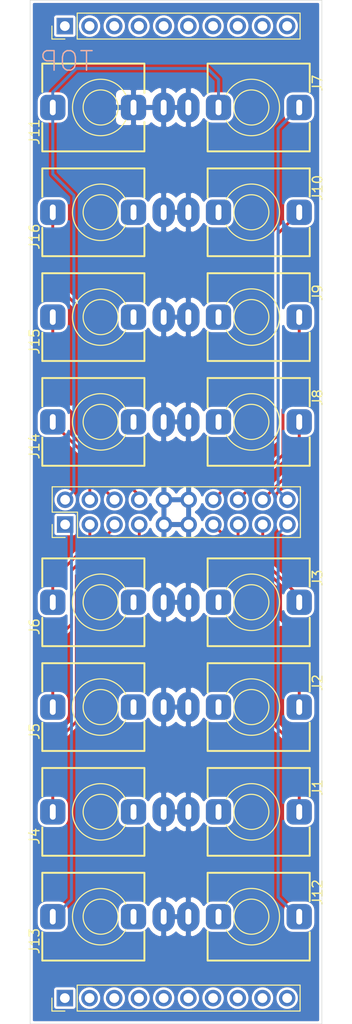
<source format=kicad_pcb>
(kicad_pcb (version 20171130) (host pcbnew "(5.1.10)-1")
  (layers (0 F.Cu signal) (31 B.Cu signal) (34 B.Paste user hide) (35 F.Paste user hide) (36 B.SilkS user) (37 F.SilkS user) (38 B.Mask user hide) (39 F.Mask user hide) (44 Edge.Cuts user))
  (net 0 "")
  (net 1 "Net-(J1-PadTN)")
  (net 2 "Net-(J2-PadTN)")
  (net 3 "Net-(J3-PadTN)")
  (net 4 "Net-(J4-PadTN)")
  (net 5 "Net-(J5-PadTN)")
  (net 6 "Net-(J6-PadTN)")
  (net 7 "Net-(J8-PadTN)")
  (net 8 "Net-(J9-PadTN)")
  (net 9 "Net-(J10-PadTN)")
  (net 10 "Net-(J12-PadTN)")
  (net 11 "Net-(J13-PadTN)")
  (net 12 "Net-(J14-PadTN)")
  (net 13 "Net-(J15-PadTN)")
  (net 14 "Net-(J16-PadTN)")
  (net 15 GND_P)
  (net 16 IN1_P)
  (net 17 IN2_P)
  (net 18 IN3_P)
  (net 19 2IN1_P)
  (net 20 2IN2_P)
  (net 21 2IN3_P)
  (net 22 OUT_P)
  (net 23 2OUT_P)
  (net 24 1INMLT_P)
  (net 25 1MOUT_P)
  (net 26 2MOUT_P)
  (net 27 3MOUT_P)
  (net 28 2INMLT_P)
  (net 29 4MOUT_P)
  (net 30 5MOUT_P)
  (net 31 6MOUT_P)
  (net 32 "Net-(J21-Pad10)")
  (net 33 "Net-(J21-Pad9)")
  (net 34 "Net-(J21-Pad8)")
  (net 35 "Net-(J21-Pad7)")
  (net 36 "Net-(J21-Pad6)")
  (net 37 "Net-(J21-Pad5)")
  (net 38 "Net-(J21-Pad4)")
  (net 39 "Net-(J21-Pad3)")
  (net 40 "Net-(J21-Pad2)")
  (net 41 "Net-(J21-Pad1)")
  (net 42 "Net-(J23-Pad10)")
  (net 43 "Net-(J23-Pad9)")
  (net 44 "Net-(J23-Pad8)")
  (net 45 "Net-(J23-Pad7)")
  (net 46 "Net-(J23-Pad6)")
  (net 47 "Net-(J23-Pad5)")
  (net 48 "Net-(J23-Pad4)")
  (net 49 "Net-(J23-Pad3)")
  (net 50 "Net-(J23-Pad2)")
  (net 51 "Net-(J23-Pad1)")
  (module Connector_PinHeader_2.54mm:PinHeader_1x10_P2.54mm_Vertical (layer F.Cu) (at 33.57 134.35 90)
    (fp_text reference J23)
    (fp_text value Conn_01x10_Male)
    (fp_line (start -1.33 24.19) (end 1.33 24.19) (layer F.SilkS) (width 0.12))
    (fp_line (start -1.33 1.27) (end -1.33 24.19) (layer F.SilkS) (width 0.12))
    (fp_line (start 1.33 1.27) (end 1.33 24.19) (layer F.SilkS) (width 0.12))
    (fp_line (start -1.33 1.27) (end 1.33 1.27) (layer F.SilkS) (width 0.12))
    (fp_line (start -1.33 0) (end -1.33 -1.33) (layer F.SilkS) (width 0.12))
    (fp_line (start -1.33 -1.33) (end 0 -1.33) (layer F.SilkS) (width 0.12))
    (pad 10 thru_hole oval (at 0 22.86 90) (size 1.7 1.7) (drill 1) (layers *.Cu *.Mask) (net 42 "Net-(J23-Pad10)"))
    (pad 9 thru_hole oval (at 0 20.32 90) (size 1.7 1.7) (drill 1) (layers *.Cu *.Mask) (net 43 "Net-(J23-Pad9)"))
    (pad 8 thru_hole oval (at 0 17.78 90) (size 1.7 1.7) (drill 1) (layers *.Cu *.Mask) (net 44 "Net-(J23-Pad8)"))
    (pad 7 thru_hole oval (at 0 15.24 90) (size 1.7 1.7) (drill 1) (layers *.Cu *.Mask) (net 45 "Net-(J23-Pad7)"))
    (pad 6 thru_hole oval (at 0 12.7 90) (size 1.7 1.7) (drill 1) (layers *.Cu *.Mask) (net 46 "Net-(J23-Pad6)"))
    (pad 5 thru_hole oval (at 0 10.16 90) (size 1.7 1.7) (drill 1) (layers *.Cu *.Mask) (net 47 "Net-(J23-Pad5)"))
    (pad 4 thru_hole oval (at 0 7.62 90) (size 1.7 1.7) (drill 1) (layers *.Cu *.Mask) (net 48 "Net-(J23-Pad4)"))
    (pad 3 thru_hole oval (at 0 5.08 90) (size 1.7 1.7) (drill 1) (layers *.Cu *.Mask) (net 49 "Net-(J23-Pad3)"))
    (pad 2 thru_hole oval (at 0 2.54 90) (size 1.7 1.7) (drill 1) (layers *.Cu *.Mask) (net 50 "Net-(J23-Pad2)"))
    (pad 1 thru_hole rect (at 0 0 90) (size 1.7 1.7) (drill 1) (layers *.Cu *.Mask) (net 51 "Net-(J23-Pad1)"))
  )
  (module Connector_PinHeader_2.54mm:PinHeader_1x10_P2.54mm_Vertical (layer F.Cu) (at 33.57 34.65 90)
    (fp_text reference J21)
    (fp_text value Conn_01x10_Male)
    (fp_line (start -1.33 24.19) (end 1.33 24.19) (layer F.SilkS) (width 0.12))
    (fp_line (start -1.33 1.27) (end -1.33 24.19) (layer F.SilkS) (width 0.12))
    (fp_line (start 1.33 1.27) (end 1.33 24.19) (layer F.SilkS) (width 0.12))
    (fp_line (start -1.33 1.27) (end 1.33 1.27) (layer F.SilkS) (width 0.12))
    (fp_line (start -1.33 0) (end -1.33 -1.33) (layer F.SilkS) (width 0.12))
    (fp_line (start -1.33 -1.33) (end 0 -1.33) (layer F.SilkS) (width 0.12))
    (pad 10 thru_hole oval (at 0 22.86 90) (size 1.7 1.7) (drill 1) (layers *.Cu *.Mask) (net 32 "Net-(J21-Pad10)"))
    (pad 9 thru_hole oval (at 0 20.32 90) (size 1.7 1.7) (drill 1) (layers *.Cu *.Mask) (net 33 "Net-(J21-Pad9)"))
    (pad 8 thru_hole oval (at 0 17.78 90) (size 1.7 1.7) (drill 1) (layers *.Cu *.Mask) (net 34 "Net-(J21-Pad8)"))
    (pad 7 thru_hole oval (at 0 15.24 90) (size 1.7 1.7) (drill 1) (layers *.Cu *.Mask) (net 35 "Net-(J21-Pad7)"))
    (pad 6 thru_hole oval (at 0 12.7 90) (size 1.7 1.7) (drill 1) (layers *.Cu *.Mask) (net 36 "Net-(J21-Pad6)"))
    (pad 5 thru_hole oval (at 0 10.16 90) (size 1.7 1.7) (drill 1) (layers *.Cu *.Mask) (net 37 "Net-(J21-Pad5)"))
    (pad 4 thru_hole oval (at 0 7.62 90) (size 1.7 1.7) (drill 1) (layers *.Cu *.Mask) (net 38 "Net-(J21-Pad4)"))
    (pad 3 thru_hole oval (at 0 5.08 90) (size 1.7 1.7) (drill 1) (layers *.Cu *.Mask) (net 39 "Net-(J21-Pad3)"))
    (pad 2 thru_hole oval (at 0 2.54 90) (size 1.7 1.7) (drill 1) (layers *.Cu *.Mask) (net 40 "Net-(J21-Pad2)"))
    (pad 1 thru_hole rect (at 0 0 90) (size 1.7 1.7) (drill 1) (layers *.Cu *.Mask) (net 41 "Net-(J21-Pad1)"))
  )
  (module Connector_PinHeader_2.54mm:PinHeader_2x10_P2.54mm_Vertical (layer F.Cu) (at 33.6 85.775 90)
    (fp_text reference J18)
    (fp_text value Conn_02x10_Odd_Even)
    (fp_line (start -1.33 24.19) (end 3.87 24.19) (layer F.SilkS) (width 0.12))
    (fp_line (start -1.33 1.27) (end -1.33 24.19) (layer F.SilkS) (width 0.12))
    (fp_line (start 3.87 -1.33) (end 3.87 24.19) (layer F.SilkS) (width 0.12))
    (fp_line (start -1.33 1.27) (end 1.27 1.27) (layer F.SilkS) (width 0.12))
    (fp_line (start 1.27 1.27) (end 1.27 -1.33) (layer F.SilkS) (width 0.12))
    (fp_line (start 1.27 -1.33) (end 3.87 -1.33) (layer F.SilkS) (width 0.12))
    (fp_line (start -1.33 0) (end -1.33 -1.33) (layer F.SilkS) (width 0.12))
    (fp_line (start -1.33 -1.33) (end 0 -1.33) (layer F.SilkS) (width 0.12))
    (pad 20 thru_hole oval (at 2.54 22.86 90) (size 1.7 1.7) (drill 1) (layers *.Cu *.Mask) (net 24 1INMLT_P))
    (pad 19 thru_hole oval (at 0 22.86 90) (size 1.7 1.7) (drill 1) (layers *.Cu *.Mask) (net 22 OUT_P))
    (pad 18 thru_hole oval (at 2.54 20.32 90) (size 1.7 1.7) (drill 1) (layers *.Cu *.Mask) (net 25 1MOUT_P))
    (pad 17 thru_hole oval (at 0 20.32 90) (size 1.7 1.7) (drill 1) (layers *.Cu *.Mask) (net 18 IN3_P))
    (pad 16 thru_hole oval (at 2.54 17.78 90) (size 1.7 1.7) (drill 1) (layers *.Cu *.Mask) (net 26 2MOUT_P))
    (pad 15 thru_hole oval (at 0 17.78 90) (size 1.7 1.7) (drill 1) (layers *.Cu *.Mask) (net 17 IN2_P))
    (pad 14 thru_hole oval (at 2.54 15.24 90) (size 1.7 1.7) (drill 1) (layers *.Cu *.Mask) (net 27 3MOUT_P))
    (pad 13 thru_hole oval (at 0 15.24 90) (size 1.7 1.7) (drill 1) (layers *.Cu *.Mask) (net 16 IN1_P))
    (pad 12 thru_hole oval (at 2.54 12.7 90) (size 1.7 1.7) (drill 1) (layers *.Cu *.Mask) (net 15 GND_P))
    (pad 11 thru_hole oval (at 0 12.7 90) (size 1.7 1.7) (drill 1) (layers *.Cu *.Mask) (net 15 GND_P))
    (pad 10 thru_hole oval (at 2.54 10.16 90) (size 1.7 1.7) (drill 1) (layers *.Cu *.Mask) (net 15 GND_P))
    (pad 9 thru_hole oval (at 0 10.16 90) (size 1.7 1.7) (drill 1) (layers *.Cu *.Mask) (net 15 GND_P))
    (pad 8 thru_hole oval (at 2.54 7.62 90) (size 1.7 1.7) (drill 1) (layers *.Cu *.Mask) (net 31 6MOUT_P))
    (pad 7 thru_hole oval (at 0 7.62 90) (size 1.7 1.7) (drill 1) (layers *.Cu *.Mask) (net 19 2IN1_P))
    (pad 6 thru_hole oval (at 2.54 5.08 90) (size 1.7 1.7) (drill 1) (layers *.Cu *.Mask) (net 30 5MOUT_P))
    (pad 5 thru_hole oval (at 0 5.08 90) (size 1.7 1.7) (drill 1) (layers *.Cu *.Mask) (net 20 2IN2_P))
    (pad 4 thru_hole oval (at 2.54 2.54 90) (size 1.7 1.7) (drill 1) (layers *.Cu *.Mask) (net 29 4MOUT_P))
    (pad 3 thru_hole oval (at 0 2.54 90) (size 1.7 1.7) (drill 1) (layers *.Cu *.Mask) (net 21 2IN3_P))
    (pad 2 thru_hole oval (at 2.54 0 90) (size 1.7 1.7) (drill 1) (layers *.Cu *.Mask) (net 28 2INMLT_P))
    (pad 1 thru_hole rect (at 0 0 90) (size 1.7 1.7) (drill 1) (layers *.Cu *.Mask) (net 23 2OUT_P))
  )
  (module "Thonk Jacks:Jack_3.5mm_QingPu_WQP-PJ398SM_Vertical" (layer F.Cu) (at 37.25 53.75 90)
    (fp_text reference J16 (at -2.5 -6.8 90) (layer F.SilkS))
    (fp_text value AudioJack2_SwitchT)
    (fp_circle (center 0 0) (end -1.8 0) (layer F.SilkS) (width 0.12))
    (fp_line (start 1.5 4.5) (end 4.5 4.5) (layer F.SilkS) (width 0.2))
    (fp_line (start -4.5 4.5) (end -1.5 4.5) (layer F.SilkS) (width 0.2))
    (fp_line (start 1.6 -6) (end 4.5 -6) (layer F.SilkS) (width 0.2))
    (fp_line (start -4.5 -6) (end -1.6 -6) (layer F.SilkS) (width 0.2))
    (fp_line (start -4.5 4.5) (end -4.5 -6) (layer F.SilkS) (width 0.2))
    (fp_line (start 4.5 4.5) (end 4.5 -6) (layer F.SilkS) (width 0.2))
    (fp_arc (start 0 0) (end 0 -2.895) (angle 153.4) (layer F.SilkS) (width 0.12))
    (fp_arc (start 0 0) (end 0 -2.895) (angle -153.4) (layer F.SilkS) (width 0.12))
    (pad TN thru_hole roundrect (at 0 3.38 90) (size 2.6 2.6) (drill oval 1.6 0.6) (layers *.Cu *.Mask) (net 14 "Net-(J16-PadTN)"))
    (pad S thru_hole oval (at 0 6.48 90) (size 3.1 2.3) (drill oval 1.6 0.6) (layers *.Cu *.Mask) (net 15 GND_P))
    (pad T thru_hole roundrect (at 0 -4.92 90) (size 2.6 2.6) (drill oval 1.6 0.6) (layers *.Cu *.Mask) (net 31 6MOUT_P))
  )
  (module "Thonk Jacks:Jack_3.5mm_QingPu_WQP-PJ398SM_Vertical" (layer F.Cu) (at 37.25 64.5 90)
    (fp_text reference J15 (at -2.5 -6.8 90) (layer F.SilkS))
    (fp_text value AudioJack2_SwitchT)
    (fp_circle (center 0 0) (end -1.8 0) (layer F.SilkS) (width 0.12))
    (fp_line (start 1.5 4.5) (end 4.5 4.5) (layer F.SilkS) (width 0.2))
    (fp_line (start -4.5 4.5) (end -1.5 4.5) (layer F.SilkS) (width 0.2))
    (fp_line (start 1.6 -6) (end 4.5 -6) (layer F.SilkS) (width 0.2))
    (fp_line (start -4.5 -6) (end -1.6 -6) (layer F.SilkS) (width 0.2))
    (fp_line (start -4.5 4.5) (end -4.5 -6) (layer F.SilkS) (width 0.2))
    (fp_line (start 4.5 4.5) (end 4.5 -6) (layer F.SilkS) (width 0.2))
    (fp_arc (start 0 0) (end 0 -2.895) (angle 153.4) (layer F.SilkS) (width 0.12))
    (fp_arc (start 0 0) (end 0 -2.895) (angle -153.4) (layer F.SilkS) (width 0.12))
    (pad TN thru_hole roundrect (at 0 3.38 90) (size 2.6 2.6) (drill oval 1.6 0.6) (layers *.Cu *.Mask) (net 13 "Net-(J15-PadTN)"))
    (pad S thru_hole oval (at 0 6.48 90) (size 3.1 2.3) (drill oval 1.6 0.6) (layers *.Cu *.Mask) (net 15 GND_P))
    (pad T thru_hole roundrect (at 0 -4.92 90) (size 2.6 2.6) (drill oval 1.6 0.6) (layers *.Cu *.Mask) (net 30 5MOUT_P))
  )
  (module "Thonk Jacks:Jack_3.5mm_QingPu_WQP-PJ398SM_Vertical" (layer F.Cu) (at 37.25 75.25 90)
    (fp_text reference J14 (at -2.5 -6.8 90) (layer F.SilkS))
    (fp_text value AudioJack2_SwitchT)
    (fp_circle (center 0 0) (end -1.8 0) (layer F.SilkS) (width 0.12))
    (fp_line (start 1.5 4.5) (end 4.5 4.5) (layer F.SilkS) (width 0.2))
    (fp_line (start -4.5 4.5) (end -1.5 4.5) (layer F.SilkS) (width 0.2))
    (fp_line (start 1.6 -6) (end 4.5 -6) (layer F.SilkS) (width 0.2))
    (fp_line (start -4.5 -6) (end -1.6 -6) (layer F.SilkS) (width 0.2))
    (fp_line (start -4.5 4.5) (end -4.5 -6) (layer F.SilkS) (width 0.2))
    (fp_line (start 4.5 4.5) (end 4.5 -6) (layer F.SilkS) (width 0.2))
    (fp_arc (start 0 0) (end 0 -2.895) (angle 153.4) (layer F.SilkS) (width 0.12))
    (fp_arc (start 0 0) (end 0 -2.895) (angle -153.4) (layer F.SilkS) (width 0.12))
    (pad TN thru_hole roundrect (at 0 3.38 90) (size 2.6 2.6) (drill oval 1.6 0.6) (layers *.Cu *.Mask) (net 12 "Net-(J14-PadTN)"))
    (pad S thru_hole oval (at 0 6.48 90) (size 3.1 2.3) (drill oval 1.6 0.6) (layers *.Cu *.Mask) (net 15 GND_P))
    (pad T thru_hole roundrect (at 0 -4.92 90) (size 2.6 2.6) (drill oval 1.6 0.6) (layers *.Cu *.Mask) (net 29 4MOUT_P))
  )
  (module "Thonk Jacks:Jack_3.5mm_QingPu_WQP-PJ398SM_Vertical" (layer F.Cu) (at 37.25 126 90)
    (fp_text reference J13 (at -2.5 -6.8 90) (layer F.SilkS))
    (fp_text value AudioJack2_SwitchT)
    (fp_circle (center 0 0) (end -1.8 0) (layer F.SilkS) (width 0.12))
    (fp_line (start 1.5 4.5) (end 4.5 4.5) (layer F.SilkS) (width 0.2))
    (fp_line (start -4.5 4.5) (end -1.5 4.5) (layer F.SilkS) (width 0.2))
    (fp_line (start 1.6 -6) (end 4.5 -6) (layer F.SilkS) (width 0.2))
    (fp_line (start -4.5 -6) (end -1.6 -6) (layer F.SilkS) (width 0.2))
    (fp_line (start -4.5 4.5) (end -4.5 -6) (layer F.SilkS) (width 0.2))
    (fp_line (start 4.5 4.5) (end 4.5 -6) (layer F.SilkS) (width 0.2))
    (fp_arc (start 0 0) (end 0 -2.895) (angle 153.4) (layer F.SilkS) (width 0.12))
    (fp_arc (start 0 0) (end 0 -2.895) (angle -153.4) (layer F.SilkS) (width 0.12))
    (pad TN thru_hole roundrect (at 0 3.38 90) (size 2.6 2.6) (drill oval 1.6 0.6) (layers *.Cu *.Mask) (net 11 "Net-(J13-PadTN)"))
    (pad S thru_hole oval (at 0 6.48 90) (size 3.1 2.3) (drill oval 1.6 0.6) (layers *.Cu *.Mask) (net 15 GND_P))
    (pad T thru_hole roundrect (at 0 -4.92 90) (size 2.6 2.6) (drill oval 1.6 0.6) (layers *.Cu *.Mask) (net 23 2OUT_P))
  )
  (module "Thonk Jacks:Jack_3.5mm_QingPu_WQP-PJ398SM_Vertical" (layer F.Cu) (at 52.75 126 270)
    (fp_text reference J12 (at -2.5 -6.8 90) (layer F.SilkS))
    (fp_text value AudioJack2_SwitchT)
    (fp_circle (center 0 0) (end -1.8 0) (layer F.SilkS) (width 0.12))
    (fp_line (start 1.5 4.5) (end 4.5 4.5) (layer F.SilkS) (width 0.2))
    (fp_line (start -4.5 4.5) (end -1.5 4.5) (layer F.SilkS) (width 0.2))
    (fp_line (start 1.6 -6) (end 4.5 -6) (layer F.SilkS) (width 0.2))
    (fp_line (start -4.5 -6) (end -1.6 -6) (layer F.SilkS) (width 0.2))
    (fp_line (start -4.5 4.5) (end -4.5 -6) (layer F.SilkS) (width 0.2))
    (fp_line (start 4.5 4.5) (end 4.5 -6) (layer F.SilkS) (width 0.2))
    (fp_arc (start 0 0) (end 0 -2.895) (angle 153.4) (layer F.SilkS) (width 0.12))
    (fp_arc (start 0 0) (end 0 -2.895) (angle -153.4) (layer F.SilkS) (width 0.12))
    (pad TN thru_hole roundrect (at 0 3.38 270) (size 2.6 2.6) (drill oval 1.6 0.6) (layers *.Cu *.Mask) (net 10 "Net-(J12-PadTN)"))
    (pad S thru_hole oval (at 0 6.48 270) (size 3.1 2.3) (drill oval 1.6 0.6) (layers *.Cu *.Mask) (net 15 GND_P))
    (pad T thru_hole roundrect (at 0 -4.92 270) (size 2.6 2.6) (drill oval 1.6 0.6) (layers *.Cu *.Mask) (net 22 OUT_P))
  )
  (module "Thonk Jacks:Jack_3.5mm_QingPu_WQP-PJ398SM_Vertical" (layer F.Cu) (at 37.25 43 90)
    (fp_text reference J11 (at -2.5 -6.8 90) (layer F.SilkS))
    (fp_text value AudioJack2_SwitchT)
    (fp_circle (center 0 0) (end -1.8 0) (layer F.SilkS) (width 0.12))
    (fp_line (start 1.5 4.5) (end 4.5 4.5) (layer F.SilkS) (width 0.2))
    (fp_line (start -4.5 4.5) (end -1.5 4.5) (layer F.SilkS) (width 0.2))
    (fp_line (start 1.6 -6) (end 4.5 -6) (layer F.SilkS) (width 0.2))
    (fp_line (start -4.5 -6) (end -1.6 -6) (layer F.SilkS) (width 0.2))
    (fp_line (start -4.5 4.5) (end -4.5 -6) (layer F.SilkS) (width 0.2))
    (fp_line (start 4.5 4.5) (end 4.5 -6) (layer F.SilkS) (width 0.2))
    (fp_arc (start 0 0) (end 0 -2.895) (angle 153.4) (layer F.SilkS) (width 0.12))
    (fp_arc (start 0 0) (end 0 -2.895) (angle -153.4) (layer F.SilkS) (width 0.12))
    (pad TN thru_hole roundrect (at 0 3.38 90) (size 2.6 2.6) (drill oval 1.6 0.6) (layers *.Cu *.Mask) (net 15 GND_P))
    (pad S thru_hole oval (at 0 6.48 90) (size 3.1 2.3) (drill oval 1.6 0.6) (layers *.Cu *.Mask) (net 15 GND_P))
    (pad T thru_hole roundrect (at 0 -4.92 90) (size 2.6 2.6) (drill oval 1.6 0.6) (layers *.Cu *.Mask) (net 28 2INMLT_P))
  )
  (module "Thonk Jacks:Jack_3.5mm_QingPu_WQP-PJ398SM_Vertical" (layer F.Cu) (at 52.75 53.75 270)
    (fp_text reference J10 (at -2.5 -6.8 90) (layer F.SilkS))
    (fp_text value AudioJack2_SwitchT)
    (fp_circle (center 0 0) (end -1.8 0) (layer F.SilkS) (width 0.12))
    (fp_line (start 1.5 4.5) (end 4.5 4.5) (layer F.SilkS) (width 0.2))
    (fp_line (start -4.5 4.5) (end -1.5 4.5) (layer F.SilkS) (width 0.2))
    (fp_line (start 1.6 -6) (end 4.5 -6) (layer F.SilkS) (width 0.2))
    (fp_line (start -4.5 -6) (end -1.6 -6) (layer F.SilkS) (width 0.2))
    (fp_line (start -4.5 4.5) (end -4.5 -6) (layer F.SilkS) (width 0.2))
    (fp_line (start 4.5 4.5) (end 4.5 -6) (layer F.SilkS) (width 0.2))
    (fp_arc (start 0 0) (end 0 -2.895) (angle 153.4) (layer F.SilkS) (width 0.12))
    (fp_arc (start 0 0) (end 0 -2.895) (angle -153.4) (layer F.SilkS) (width 0.12))
    (pad TN thru_hole roundrect (at 0 3.38 270) (size 2.6 2.6) (drill oval 1.6 0.6) (layers *.Cu *.Mask) (net 9 "Net-(J10-PadTN)"))
    (pad S thru_hole oval (at 0 6.48 270) (size 3.1 2.3) (drill oval 1.6 0.6) (layers *.Cu *.Mask) (net 15 GND_P))
    (pad T thru_hole roundrect (at 0 -4.92 270) (size 2.6 2.6) (drill oval 1.6 0.6) (layers *.Cu *.Mask) (net 27 3MOUT_P))
  )
  (module "Thonk Jacks:Jack_3.5mm_QingPu_WQP-PJ398SM_Vertical" (layer F.Cu) (at 52.75 64.5 270)
    (fp_text reference J9 (at -2.5 -6.8 90) (layer F.SilkS))
    (fp_text value AudioJack2_SwitchT)
    (fp_circle (center 0 0) (end -1.8 0) (layer F.SilkS) (width 0.12))
    (fp_line (start 1.5 4.5) (end 4.5 4.5) (layer F.SilkS) (width 0.2))
    (fp_line (start -4.5 4.5) (end -1.5 4.5) (layer F.SilkS) (width 0.2))
    (fp_line (start 1.6 -6) (end 4.5 -6) (layer F.SilkS) (width 0.2))
    (fp_line (start -4.5 -6) (end -1.6 -6) (layer F.SilkS) (width 0.2))
    (fp_line (start -4.5 4.5) (end -4.5 -6) (layer F.SilkS) (width 0.2))
    (fp_line (start 4.5 4.5) (end 4.5 -6) (layer F.SilkS) (width 0.2))
    (fp_arc (start 0 0) (end 0 -2.895) (angle 153.4) (layer F.SilkS) (width 0.12))
    (fp_arc (start 0 0) (end 0 -2.895) (angle -153.4) (layer F.SilkS) (width 0.12))
    (pad TN thru_hole roundrect (at 0 3.38 270) (size 2.6 2.6) (drill oval 1.6 0.6) (layers *.Cu *.Mask) (net 8 "Net-(J9-PadTN)"))
    (pad S thru_hole oval (at 0 6.48 270) (size 3.1 2.3) (drill oval 1.6 0.6) (layers *.Cu *.Mask) (net 15 GND_P))
    (pad T thru_hole roundrect (at 0 -4.92 270) (size 2.6 2.6) (drill oval 1.6 0.6) (layers *.Cu *.Mask) (net 26 2MOUT_P))
  )
  (module "Thonk Jacks:Jack_3.5mm_QingPu_WQP-PJ398SM_Vertical" (layer F.Cu) (at 52.75 75.25 270)
    (fp_text reference J8 (at -2.5 -6.8 90) (layer F.SilkS))
    (fp_text value AudioJack2_SwitchT)
    (fp_circle (center 0 0) (end -1.8 0) (layer F.SilkS) (width 0.12))
    (fp_line (start 1.5 4.5) (end 4.5 4.5) (layer F.SilkS) (width 0.2))
    (fp_line (start -4.5 4.5) (end -1.5 4.5) (layer F.SilkS) (width 0.2))
    (fp_line (start 1.6 -6) (end 4.5 -6) (layer F.SilkS) (width 0.2))
    (fp_line (start -4.5 -6) (end -1.6 -6) (layer F.SilkS) (width 0.2))
    (fp_line (start -4.5 4.5) (end -4.5 -6) (layer F.SilkS) (width 0.2))
    (fp_line (start 4.5 4.5) (end 4.5 -6) (layer F.SilkS) (width 0.2))
    (fp_arc (start 0 0) (end 0 -2.895) (angle 153.4) (layer F.SilkS) (width 0.12))
    (fp_arc (start 0 0) (end 0 -2.895) (angle -153.4) (layer F.SilkS) (width 0.12))
    (pad TN thru_hole roundrect (at 0 3.38 270) (size 2.6 2.6) (drill oval 1.6 0.6) (layers *.Cu *.Mask) (net 7 "Net-(J8-PadTN)"))
    (pad S thru_hole oval (at 0 6.48 270) (size 3.1 2.3) (drill oval 1.6 0.6) (layers *.Cu *.Mask) (net 15 GND_P))
    (pad T thru_hole roundrect (at 0 -4.92 270) (size 2.6 2.6) (drill oval 1.6 0.6) (layers *.Cu *.Mask) (net 25 1MOUT_P))
  )
  (module "Thonk Jacks:Jack_3.5mm_QingPu_WQP-PJ398SM_Vertical" (layer F.Cu) (at 52.75 43 270)
    (fp_text reference J7 (at -2.5 -6.8 90) (layer F.SilkS))
    (fp_text value AudioJack2_SwitchT)
    (fp_circle (center 0 0) (end -1.8 0) (layer F.SilkS) (width 0.12))
    (fp_line (start 1.5 4.5) (end 4.5 4.5) (layer F.SilkS) (width 0.2))
    (fp_line (start -4.5 4.5) (end -1.5 4.5) (layer F.SilkS) (width 0.2))
    (fp_line (start 1.6 -6) (end 4.5 -6) (layer F.SilkS) (width 0.2))
    (fp_line (start -4.5 -6) (end -1.6 -6) (layer F.SilkS) (width 0.2))
    (fp_line (start -4.5 4.5) (end -4.5 -6) (layer F.SilkS) (width 0.2))
    (fp_line (start 4.5 4.5) (end 4.5 -6) (layer F.SilkS) (width 0.2))
    (fp_arc (start 0 0) (end 0 -2.895) (angle 153.4) (layer F.SilkS) (width 0.12))
    (fp_arc (start 0 0) (end 0 -2.895) (angle -153.4) (layer F.SilkS) (width 0.12))
    (pad TN thru_hole roundrect (at 0 3.38 270) (size 2.6 2.6) (drill oval 1.6 0.6) (layers *.Cu *.Mask) (net 28 2INMLT_P))
    (pad S thru_hole oval (at 0 6.48 270) (size 3.1 2.3) (drill oval 1.6 0.6) (layers *.Cu *.Mask) (net 15 GND_P))
    (pad T thru_hole roundrect (at 0 -4.92 270) (size 2.6 2.6) (drill oval 1.6 0.6) (layers *.Cu *.Mask) (net 24 1INMLT_P))
  )
  (module "Thonk Jacks:Jack_3.5mm_QingPu_WQP-PJ398SM_Vertical" (layer F.Cu) (at 37.25 93.75 90)
    (fp_text reference J6 (at -2.5 -6.8 90) (layer F.SilkS))
    (fp_text value AudioJack2_SwitchT)
    (fp_circle (center 0 0) (end -1.8 0) (layer F.SilkS) (width 0.12))
    (fp_line (start 1.5 4.5) (end 4.5 4.5) (layer F.SilkS) (width 0.2))
    (fp_line (start -4.5 4.5) (end -1.5 4.5) (layer F.SilkS) (width 0.2))
    (fp_line (start 1.6 -6) (end 4.5 -6) (layer F.SilkS) (width 0.2))
    (fp_line (start -4.5 -6) (end -1.6 -6) (layer F.SilkS) (width 0.2))
    (fp_line (start -4.5 4.5) (end -4.5 -6) (layer F.SilkS) (width 0.2))
    (fp_line (start 4.5 4.5) (end 4.5 -6) (layer F.SilkS) (width 0.2))
    (fp_arc (start 0 0) (end 0 -2.895) (angle 153.4) (layer F.SilkS) (width 0.12))
    (fp_arc (start 0 0) (end 0 -2.895) (angle -153.4) (layer F.SilkS) (width 0.12))
    (pad TN thru_hole roundrect (at 0 3.38 90) (size 2.6 2.6) (drill oval 1.6 0.6) (layers *.Cu *.Mask) (net 6 "Net-(J6-PadTN)"))
    (pad S thru_hole oval (at 0 6.48 90) (size 3.1 2.3) (drill oval 1.6 0.6) (layers *.Cu *.Mask) (net 15 GND_P))
    (pad T thru_hole roundrect (at 0 -4.92 90) (size 2.6 2.6) (drill oval 1.6 0.6) (layers *.Cu *.Mask) (net 21 2IN3_P))
  )
  (module "Thonk Jacks:Jack_3.5mm_QingPu_WQP-PJ398SM_Vertical" (layer F.Cu) (at 37.25 104.5 90)
    (fp_text reference J5 (at -2.5 -6.8 90) (layer F.SilkS))
    (fp_text value AudioJack2_SwitchT)
    (fp_circle (center 0 0) (end -1.8 0) (layer F.SilkS) (width 0.12))
    (fp_line (start 1.5 4.5) (end 4.5 4.5) (layer F.SilkS) (width 0.2))
    (fp_line (start -4.5 4.5) (end -1.5 4.5) (layer F.SilkS) (width 0.2))
    (fp_line (start 1.6 -6) (end 4.5 -6) (layer F.SilkS) (width 0.2))
    (fp_line (start -4.5 -6) (end -1.6 -6) (layer F.SilkS) (width 0.2))
    (fp_line (start -4.5 4.5) (end -4.5 -6) (layer F.SilkS) (width 0.2))
    (fp_line (start 4.5 4.5) (end 4.5 -6) (layer F.SilkS) (width 0.2))
    (fp_arc (start 0 0) (end 0 -2.895) (angle 153.4) (layer F.SilkS) (width 0.12))
    (fp_arc (start 0 0) (end 0 -2.895) (angle -153.4) (layer F.SilkS) (width 0.12))
    (pad TN thru_hole roundrect (at 0 3.38 90) (size 2.6 2.6) (drill oval 1.6 0.6) (layers *.Cu *.Mask) (net 5 "Net-(J5-PadTN)"))
    (pad S thru_hole oval (at 0 6.48 90) (size 3.1 2.3) (drill oval 1.6 0.6) (layers *.Cu *.Mask) (net 15 GND_P))
    (pad T thru_hole roundrect (at 0 -4.92 90) (size 2.6 2.6) (drill oval 1.6 0.6) (layers *.Cu *.Mask) (net 20 2IN2_P))
  )
  (module "Thonk Jacks:Jack_3.5mm_QingPu_WQP-PJ398SM_Vertical" (layer F.Cu) (at 37.25 115.25 90)
    (fp_text reference J4 (at -2.5 -6.8 90) (layer F.SilkS))
    (fp_text value AudioJack2_SwitchT)
    (fp_circle (center 0 0) (end -1.8 0) (layer F.SilkS) (width 0.12))
    (fp_line (start 1.5 4.5) (end 4.5 4.5) (layer F.SilkS) (width 0.2))
    (fp_line (start -4.5 4.5) (end -1.5 4.5) (layer F.SilkS) (width 0.2))
    (fp_line (start 1.6 -6) (end 4.5 -6) (layer F.SilkS) (width 0.2))
    (fp_line (start -4.5 -6) (end -1.6 -6) (layer F.SilkS) (width 0.2))
    (fp_line (start -4.5 4.5) (end -4.5 -6) (layer F.SilkS) (width 0.2))
    (fp_line (start 4.5 4.5) (end 4.5 -6) (layer F.SilkS) (width 0.2))
    (fp_arc (start 0 0) (end 0 -2.895) (angle 153.4) (layer F.SilkS) (width 0.12))
    (fp_arc (start 0 0) (end 0 -2.895) (angle -153.4) (layer F.SilkS) (width 0.12))
    (pad TN thru_hole roundrect (at 0 3.38 90) (size 2.6 2.6) (drill oval 1.6 0.6) (layers *.Cu *.Mask) (net 4 "Net-(J4-PadTN)"))
    (pad S thru_hole oval (at 0 6.48 90) (size 3.1 2.3) (drill oval 1.6 0.6) (layers *.Cu *.Mask) (net 15 GND_P))
    (pad T thru_hole roundrect (at 0 -4.92 90) (size 2.6 2.6) (drill oval 1.6 0.6) (layers *.Cu *.Mask) (net 19 2IN1_P))
  )
  (module "Thonk Jacks:Jack_3.5mm_QingPu_WQP-PJ398SM_Vertical" (layer F.Cu) (at 52.75 93.75 270)
    (fp_text reference J3 (at -2.5 -6.8 90) (layer F.SilkS))
    (fp_text value AudioJack2_SwitchT)
    (fp_circle (center 0 0) (end -1.8 0) (layer F.SilkS) (width 0.12))
    (fp_line (start 1.5 4.5) (end 4.5 4.5) (layer F.SilkS) (width 0.2))
    (fp_line (start -4.5 4.5) (end -1.5 4.5) (layer F.SilkS) (width 0.2))
    (fp_line (start 1.6 -6) (end 4.5 -6) (layer F.SilkS) (width 0.2))
    (fp_line (start -4.5 -6) (end -1.6 -6) (layer F.SilkS) (width 0.2))
    (fp_line (start -4.5 4.5) (end -4.5 -6) (layer F.SilkS) (width 0.2))
    (fp_line (start 4.5 4.5) (end 4.5 -6) (layer F.SilkS) (width 0.2))
    (fp_arc (start 0 0) (end 0 -2.895) (angle 153.4) (layer F.SilkS) (width 0.12))
    (fp_arc (start 0 0) (end 0 -2.895) (angle -153.4) (layer F.SilkS) (width 0.12))
    (pad TN thru_hole roundrect (at 0 3.38 270) (size 2.6 2.6) (drill oval 1.6 0.6) (layers *.Cu *.Mask) (net 3 "Net-(J3-PadTN)"))
    (pad S thru_hole oval (at 0 6.48 270) (size 3.1 2.3) (drill oval 1.6 0.6) (layers *.Cu *.Mask) (net 15 GND_P))
    (pad T thru_hole roundrect (at 0 -4.92 270) (size 2.6 2.6) (drill oval 1.6 0.6) (layers *.Cu *.Mask) (net 18 IN3_P))
  )
  (module "Thonk Jacks:Jack_3.5mm_QingPu_WQP-PJ398SM_Vertical" (layer F.Cu) (at 52.75 104.5 270)
    (fp_text reference J2 (at -2.5 -6.8 90) (layer F.SilkS))
    (fp_text value AudioJack2_SwitchT)
    (fp_circle (center 0 0) (end -1.8 0) (layer F.SilkS) (width 0.12))
    (fp_line (start 1.5 4.5) (end 4.5 4.5) (layer F.SilkS) (width 0.2))
    (fp_line (start -4.5 4.5) (end -1.5 4.5) (layer F.SilkS) (width 0.2))
    (fp_line (start 1.6 -6) (end 4.5 -6) (layer F.SilkS) (width 0.2))
    (fp_line (start -4.5 -6) (end -1.6 -6) (layer F.SilkS) (width 0.2))
    (fp_line (start -4.5 4.5) (end -4.5 -6) (layer F.SilkS) (width 0.2))
    (fp_line (start 4.5 4.5) (end 4.5 -6) (layer F.SilkS) (width 0.2))
    (fp_arc (start 0 0) (end 0 -2.895) (angle 153.4) (layer F.SilkS) (width 0.12))
    (fp_arc (start 0 0) (end 0 -2.895) (angle -153.4) (layer F.SilkS) (width 0.12))
    (pad TN thru_hole roundrect (at 0 3.38 270) (size 2.6 2.6) (drill oval 1.6 0.6) (layers *.Cu *.Mask) (net 2 "Net-(J2-PadTN)"))
    (pad S thru_hole oval (at 0 6.48 270) (size 3.1 2.3) (drill oval 1.6 0.6) (layers *.Cu *.Mask) (net 15 GND_P))
    (pad T thru_hole roundrect (at 0 -4.92 270) (size 2.6 2.6) (drill oval 1.6 0.6) (layers *.Cu *.Mask) (net 17 IN2_P))
  )
  (module "Thonk Jacks:Jack_3.5mm_QingPu_WQP-PJ398SM_Vertical" (layer F.Cu) (at 52.75 115.25 270)
    (fp_text reference J1 (at -2.5 -6.8 90) (layer F.SilkS))
    (fp_text value AudioJack2_SwitchT)
    (fp_circle (center 0 0) (end -1.8 0) (layer F.SilkS) (width 0.12))
    (fp_line (start 1.5 4.5) (end 4.5 4.5) (layer F.SilkS) (width 0.2))
    (fp_line (start -4.5 4.5) (end -1.5 4.5) (layer F.SilkS) (width 0.2))
    (fp_line (start 1.6 -6) (end 4.5 -6) (layer F.SilkS) (width 0.2))
    (fp_line (start -4.5 -6) (end -1.6 -6) (layer F.SilkS) (width 0.2))
    (fp_line (start -4.5 4.5) (end -4.5 -6) (layer F.SilkS) (width 0.2))
    (fp_line (start 4.5 4.5) (end 4.5 -6) (layer F.SilkS) (width 0.2))
    (fp_arc (start 0 0) (end 0 -2.895) (angle 153.4) (layer F.SilkS) (width 0.12))
    (fp_arc (start 0 0) (end 0 -2.895) (angle -153.4) (layer F.SilkS) (width 0.12))
    (pad TN thru_hole roundrect (at 0 3.38 270) (size 2.6 2.6) (drill oval 1.6 0.6) (layers *.Cu *.Mask) (net 1 "Net-(J1-PadTN)"))
    (pad S thru_hole oval (at 0 6.48 270) (size 3.1 2.3) (drill oval 1.6 0.6) (layers *.Cu *.Mask) (net 15 GND_P))
    (pad T thru_hole roundrect (at 0 -4.92 270) (size 2.6 2.6) (drill oval 1.6 0.6) (layers *.Cu *.Mask) (net 16 IN1_P))
  )
  (gr_text TOP (at 33.75 38.25) (layer B.SilkS) (effects (font (size 2 2)) (justify mirror)))
  (gr_line (start 60 32) (end 60 137) (layer Edge.Cuts) (width 0.05))
  (gr_line (start 30 32) (end 60 32) (layer Edge.Cuts) (width 0.05))
  (gr_line (start 30 137) (end 30 32) (layer Edge.Cuts) (width 0.05))
  (gr_line (start 60 137) (end 30 137) (layer Edge.Cuts) (width 0.05))
  (segment (start 48.84 85.79712) (end 48.84 85.775) (width 0.3) (layer F.Cu) (net 16))
  (segment (start 55.25 92.20712) (end 48.84 85.79712) (width 0.3) (layer F.Cu) (net 16))
  (segment (start 55.25 106.5) (end 55.25 92.20712) (width 0.3) (layer F.Cu) (net 16))
  (segment (start 57.67 108.92) (end 55.25 106.5) (width 0.3) (layer F.Cu) (net 16))
  (segment (start 57.67 115.25) (end 57.67 108.92) (width 0.3) (layer F.Cu) (net 16))
  (segment (start 57.67 104.5) (end 57.67 97.42) (width 0.3) (layer F.Cu) (net 17))
  (segment (start 57.67 97.42) (end 55.75 95.5) (width 0.3) (layer F.Cu) (net 17))
  (segment (start 55.75 95.5) (end 55.75 92) (width 0.3) (layer F.Cu) (net 17))
  (segment (start 51.38 87.63) (end 51.38 85.775) (width 0.3) (layer F.Cu) (net 17))
  (segment (start 55.75 92) (end 51.38 87.63) (width 0.3) (layer F.Cu) (net 17))
  (segment (start 53.92 86.145) (end 53.92 85.775) (width 0.3) (layer F.Cu) (net 18))
  (segment (start 57.67 93.75) (end 57.67 93.17) (width 0.3) (layer F.Cu) (net 18))
  (segment (start 53.92 89.42) (end 53.92 85.775) (width 0.3) (layer F.Cu) (net 18))
  (segment (start 57.67 93.17) (end 53.92 89.42) (width 0.3) (layer F.Cu) (net 18))
  (segment (start 32.33 115.25) (end 32.33 108.42) (width 0.3) (layer F.Cu) (net 19))
  (segment (start 32.33 108.42) (end 34.75 106) (width 0.3) (layer F.Cu) (net 19))
  (segment (start 34.75 91) (end 37.75 88) (width 0.3) (layer F.Cu) (net 19))
  (segment (start 34.75 106) (end 34.75 91) (width 0.3) (layer F.Cu) (net 19))
  (segment (start 37.75 88) (end 40.25 88) (width 0.3) (layer F.Cu) (net 19))
  (segment (start 41.22 87.03) (end 41.22 85.775) (width 0.3) (layer F.Cu) (net 19))
  (segment (start 40.25 88) (end 41.22 87.03) (width 0.3) (layer F.Cu) (net 19))
  (segment (start 32.33 104.5) (end 32.33 97.92) (width 0.3) (layer F.Cu) (net 20))
  (segment (start 32.33 97.92) (end 34.25 96) (width 0.3) (layer F.Cu) (net 20))
  (segment (start 34.25 96) (end 34.25 90.5) (width 0.3) (layer F.Cu) (net 20))
  (segment (start 38.68 86.07) (end 38.68 85.775) (width 0.3) (layer F.Cu) (net 20))
  (segment (start 34.25 90.5) (end 38.68 86.07) (width 0.3) (layer F.Cu) (net 20))
  (segment (start 36.14 86.185) (end 36.14 85.775) (width 0.3) (layer F.Cu) (net 21))
  (segment (start 32.33 93.75) (end 32.33 91.42) (width 0.3) (layer F.Cu) (net 21))
  (segment (start 36.14 87.61) (end 36.14 85.775) (width 0.3) (layer F.Cu) (net 21))
  (segment (start 32.33 91.42) (end 36.14 87.61) (width 0.3) (layer F.Cu) (net 21))
  (segment (start 57.67 126) (end 57.5 126) (width 0.3) (layer B.Cu) (net 22))
  (segment (start 57.5 126) (end 55.5 124) (width 0.3) (layer B.Cu) (net 22))
  (segment (start 55.5 86.735) (end 56.46 85.775) (width 0.3) (layer B.Cu) (net 22))
  (segment (start 55.5 124) (end 55.5 86.735) (width 0.3) (layer B.Cu) (net 22))
  (segment (start 32.33 126) (end 32.5 126) (width 0.3) (layer B.Cu) (net 23))
  (segment (start 32.5 126) (end 34.25 124.25) (width 0.3) (layer B.Cu) (net 23))
  (segment (start 34.25 86.425) (end 33.6 85.775) (width 0.3) (layer B.Cu) (net 23))
  (segment (start 34.25 124.25) (end 34.25 86.425) (width 0.3) (layer B.Cu) (net 23))
  (segment (start 56.46 83.235) (end 55.5 82.275) (width 0.3) (layer B.Cu) (net 24))
  (segment (start 55.5 45.17) (end 57.67 43) (width 0.3) (layer B.Cu) (net 24))
  (segment (start 55.5 82.275) (end 55.5 45.17) (width 0.3) (layer B.Cu) (net 24))
  (segment (start 57.67 79.485) (end 53.92 83.235) (width 0.3) (layer F.Cu) (net 25))
  (segment (start 57.67 75.25) (end 57.67 79.485) (width 0.3) (layer F.Cu) (net 25))
  (segment (start 51.38 83.235) (end 56 78.615) (width 0.3) (layer F.Cu) (net 26))
  (segment (start 56 78.615) (end 56 74) (width 0.3) (layer F.Cu) (net 26))
  (segment (start 57.67 72.33) (end 57.67 64.5) (width 0.3) (layer F.Cu) (net 26))
  (segment (start 56 74) (end 57.67 72.33) (width 0.3) (layer F.Cu) (net 26))
  (segment (start 55.5 55.92) (end 57.67 53.75) (width 0.3) (layer F.Cu) (net 27))
  (segment (start 55.5 76.575) (end 55.5 75.75) (width 0.3) (layer F.Cu) (net 27))
  (segment (start 48.84 83.235) (end 55.5 76.575) (width 0.3) (layer F.Cu) (net 27))
  (segment (start 55.5 75.75) (end 55.5 55.92) (width 0.3) (layer F.Cu) (net 27))
  (segment (start 55.5 76.5) (end 55.5 75.75) (width 0.3) (layer F.Cu) (net 27))
  (segment (start 32.33 43) (end 32.33 49.83) (width 0.3) (layer B.Cu) (net 28))
  (segment (start 32.33 49.83) (end 34.5 52) (width 0.3) (layer B.Cu) (net 28))
  (segment (start 34.5 82.335) (end 33.6 83.235) (width 0.3) (layer B.Cu) (net 28))
  (segment (start 34.5 52) (end 34.5 82.335) (width 0.3) (layer B.Cu) (net 28))
  (segment (start 32.33 43) (end 32.33 41.42) (width 0.3) (layer B.Cu) (net 28))
  (segment (start 32.33 41.42) (end 34.75 39) (width 0.3) (layer B.Cu) (net 28))
  (segment (start 34.75 39) (end 48.25 39) (width 0.3) (layer B.Cu) (net 28))
  (segment (start 49.37 40.12) (end 49.37 43) (width 0.3) (layer B.Cu) (net 28))
  (segment (start 48.25 39) (end 49.37 40.12) (width 0.3) (layer B.Cu) (net 28))
  (segment (start 36.05 83.145) (end 36.14 83.235) (width 0.3) (layer F.Cu) (net 29))
  (segment (start 32.33 75.25) (end 32.33 75.33) (width 0.3) (layer F.Cu) (net 29))
  (segment (start 36.14 79.14) (end 36.14 83.235) (width 0.3) (layer F.Cu) (net 29))
  (segment (start 32.33 75.33) (end 36.14 79.14) (width 0.3) (layer F.Cu) (net 29))
  (segment (start 37.25 81.805) (end 38.68 83.235) (width 0.3) (layer F.Cu) (net 30))
  (segment (start 34.25 76.54288) (end 37.25 79.54288) (width 0.3) (layer F.Cu) (net 30))
  (segment (start 34.25 74.25) (end 34.25 76.54288) (width 0.3) (layer F.Cu) (net 30))
  (segment (start 32.33 72.33) (end 34.25 74.25) (width 0.3) (layer F.Cu) (net 30))
  (segment (start 32.33 64.5) (end 32.33 72.33) (width 0.3) (layer F.Cu) (net 30))
  (segment (start 37.25 79.54288) (end 37.25 79.75) (width 0.3) (layer F.Cu) (net 30))
  (segment (start 37.25 79.75) (end 37.25 81.805) (width 0.3) (layer F.Cu) (net 30))
  (segment (start 41.22 82.80576) (end 41.22 83.235) (width 0.3) (layer F.Cu) (net 31))
  (segment (start 34.75 76.33576) (end 41.22 82.80576) (width 0.3) (layer F.Cu) (net 31))
  (segment (start 34.75 63.25) (end 34.75 76.33576) (width 0.3) (layer F.Cu) (net 31))
  (segment (start 32.33 60.83) (end 34.75 63.25) (width 0.3) (layer F.Cu) (net 31))
  (segment (start 32.33 53.75) (end 32.33 60.83) (width 0.3) (layer F.Cu) (net 31))
  (zone (net 15) (net_name GND_P) (layer B.Cu) (connect_pads (clearance 0.254)) (min_thickness 0.254) (fill yes (arc_segments 32) (thermal_gap 0.508) (thermal_bridge_width 0.508))
    (polygon (pts (xy 30 32) (xy 60 32) (xy 60 137) (xy 30 137)))
  )
  (zone (net 15) (net_name GND_P) (layer F.Cu) (connect_pads (clearance 0.254)) (min_thickness 0.254) (fill yes (arc_segments 32) (thermal_gap 0.508) (thermal_bridge_width 0.508))
    (polygon (pts (xy 30 32) (xy 60 32) (xy 60 137) (xy 30 137)))
  )
)
</source>
